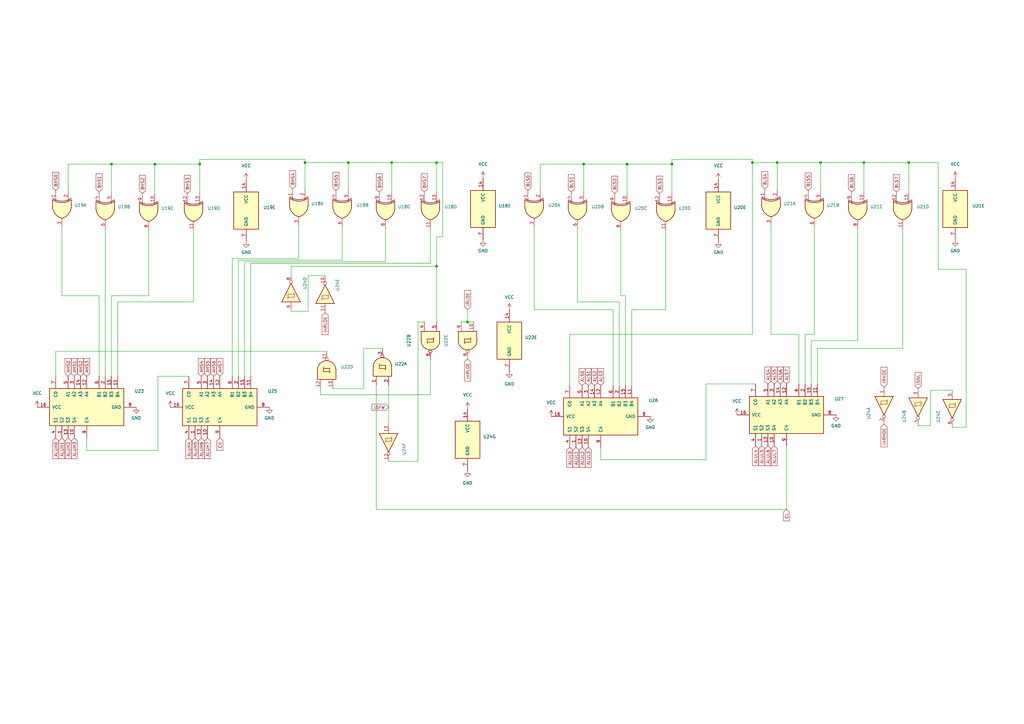
<source format=kicad_sch>
(kicad_sch (version 20211123) (generator eeschema)
  (paper "A3")
  (title_block (title "Talos ES") (date "2022-08-30") (rev "1.0") (company "The Byte Attic") (comment 1 "Kicad file by: Ricardo Setti") (comment 2 "Designed by: Bernardo Kastrup") (comment 3 "Arithmetic Logic"))
  (lib_symbols
    (symbol "74xx:74HC14" (pin_names (offset 1.016))
      (property "Reference" "U" (at 0 1.27 0))
      (property "Value" "74HC14" (at 0 -1.27 0))
      (symbol "74HC14_1_0"
        (polyline (pts (xy -3.81 3.81) (xy -3.81 -3.81) (xy 3.81 0) (xy -3.81 3.81)) (stroke (width 0.254)) (fill (type background)))
        (pin input line (at -7.62 0 0) (length 3.81) (name "~") (number "1"))
        (pin output inverted (at 7.62 0 180) (length 3.81) (name "~") (number "2"))
      )
      (symbol "74HC14_1_1"
        (polyline (pts (xy -1.905 -1.27) (xy -1.905 1.27) (xy -0.635 1.27)))
        (polyline (pts (xy -2.54 -1.27) (xy -0.635 -1.27) (xy -0.635 1.27) (xy 0 1.27)))
      )
      (symbol "74HC14_2_0"
        (polyline (pts (xy -3.81 3.81) (xy -3.81 -3.81) (xy 3.81 0) (xy -3.81 3.81)) (stroke (width 0.254)) (fill (type background)))
        (pin input line (at -7.62 0 0) (length 3.81) (name "~") (number "3"))
        (pin output inverted (at 7.62 0 180) (length 3.81) (name "~") (number "4"))
      )
      (symbol "74HC14_2_1"
        (polyline (pts (xy -1.905 -1.27) (xy -1.905 1.27) (xy -0.635 1.27)))
        (polyline (pts (xy -2.54 -1.27) (xy -0.635 -1.27) (xy -0.635 1.27) (xy 0 1.27)))
      )
      (symbol "74HC14_3_0"
        (polyline (pts (xy -3.81 3.81) (xy -3.81 -3.81) (xy 3.81 0) (xy -3.81 3.81)) (stroke (width 0.254)) (fill (type background)))
        (pin input line (at -7.62 0 0) (length 3.81) (name "~") (number "5"))
        (pin output inverted (at 7.62 0 180) (length 3.81) (name "~") (number "6"))
      )
      (symbol "74HC14_3_1"
        (polyline (pts (xy -1.905 -1.27) (xy -1.905 1.27) (xy -0.635 1.27)))
        (polyline (pts (xy -2.54 -1.27) (xy -0.635 -1.27) (xy -0.635 1.27) (xy 0 1.27)))
      )
      (symbol "74HC14_4_0"
        (polyline (pts (xy -3.81 3.81) (xy -3.81 -3.81) (xy 3.81 0) (xy -3.81 3.81)) (stroke (width 0.254)) (fill (type background)))
        (pin output inverted (at 7.62 0 180) (length 3.81) (name "~") (number "8"))
        (pin input line (at -7.62 0 0) (length 3.81) (name "~") (number "9"))
      )
      (symbol "74HC14_4_1"
        (polyline (pts (xy -1.905 -1.27) (xy -1.905 1.27) (xy -0.635 1.27)))
        (polyline (pts (xy -2.54 -1.27) (xy -0.635 -1.27) (xy -0.635 1.27) (xy 0 1.27)))
      )
      (symbol "74HC14_5_0"
        (polyline (pts (xy -3.81 3.81) (xy -3.81 -3.81) (xy 3.81 0) (xy -3.81 3.81)) (stroke (width 0.254)) (fill (type background)))
        (pin output inverted (at 7.62 0 180) (length 3.81) (name "~") (number "10"))
        (pin input line (at -7.62 0 0) (length 3.81) (name "~") (number "11"))
      )
      (symbol "74HC14_5_1"
        (polyline (pts (xy -1.905 -1.27) (xy -1.905 1.27) (xy -0.635 1.27)))
        (polyline (pts (xy -2.54 -1.27) (xy -0.635 -1.27) (xy -0.635 1.27) (xy 0 1.27)))
      )
      (symbol "74HC14_6_0"
        (polyline (pts (xy -3.81 3.81) (xy -3.81 -3.81) (xy 3.81 0) (xy -3.81 3.81)) (stroke (width 0.254)) (fill (type background)))
        (pin output inverted (at 7.62 0 180) (length 3.81) (name "~") (number "12"))
        (pin input line (at -7.62 0 0) (length 3.81) (name "~") (number "13"))
      )
      (symbol "74HC14_6_1"
        (polyline (pts (xy -1.905 -1.27) (xy -1.905 1.27) (xy -0.635 1.27)))
        (polyline (pts (xy -2.54 -1.27) (xy -0.635 -1.27) (xy -0.635 1.27) (xy 0 1.27)))
      )
      (symbol "74HC14_7_0"
        (pin power_in line (at 0 12.7 270) (length 5.08) (name "VCC") (number "14"))
        (pin power_in line (at 0 -12.7 90) (length 5.08) (name "GND") (number "7"))
      )
      (symbol "74HC14_7_1"
        (rectangle (start -5.08 7.62) (end 5.08 -7.62) (stroke (width 0.254)) (fill (type background)))
      )
    )
    (symbol "74xx:74HC86" (pin_names (offset 1.016))
      (property "Reference" "U" (at 0 1.27 0))
      (property "Value" "74HC86" (at 0 -1.27 0))
      (symbol "74HC86_1_0"
        (arc (start -4.4196 -3.81) (mid -3.2033 0) (end -4.4196 3.81) (stroke (width 0.254)))
        (arc (start -3.81 -3.81) (mid -2.589 0) (end -3.81 3.81) (stroke (width 0.254)))
        (arc (start -0.6096 -3.81) (mid 2.1842 -2.5851) (end 3.81 0) (stroke (width 0.254)) (fill (type background)))
        (polyline (pts (xy -3.81 -3.81) (xy -0.635 -3.81)) (stroke (width 0.254)) (fill (type background)))
        (polyline (pts (xy -3.81 3.81) (xy -0.635 3.81)) (stroke (width 0.254)) (fill (type background)))
        (polyline (pts (xy -0.635 3.81) (xy -3.81 3.81) (xy -3.81 3.81) (xy -3.556 3.4036) (xy -3.0226 2.2606) (xy -2.6924 1.0414) (xy -2.6162 -0.254) (xy -2.7686 -1.4986) (xy -3.175 -2.7178) (xy -3.81 -3.81) (xy -3.81 -3.81) (xy -0.635 -3.81)) (stroke (width -25.4)) (fill (type background)))
        (arc (start 3.81 0) (mid 2.1915 2.5936) (end -0.6096 3.81) (stroke (width 0.254)) (fill (type background)))
        (pin input line (at -7.62 2.54 0) (length 4.445) (name "~") (number "1"))
        (pin input line (at -7.62 -2.54 0) (length 4.445) (name "~") (number "2"))
        (pin output line (at 7.62 0 180) (length 3.81) (name "~") (number "3"))
      )
      (symbol "74HC86_1_1"
        (polyline (pts (xy -3.81 -2.54) (xy -3.175 -2.54)) (stroke (width 0.1524)))
        (polyline (pts (xy -3.81 2.54) (xy -3.175 2.54)) (stroke (width 0.1524)))
      )
      (symbol "74HC86_2_0"
        (arc (start -4.4196 -3.81) (mid -3.2033 0) (end -4.4196 3.81) (stroke (width 0.254)))
        (arc (start -3.81 -3.81) (mid -2.589 0) (end -3.81 3.81) (stroke (width 0.254)))
        (arc (start -0.6096 -3.81) (mid 2.1842 -2.5851) (end 3.81 0) (stroke (width 0.254)) (fill (type background)))
        (polyline (pts (xy -3.81 -3.81) (xy -0.635 -3.81)) (stroke (width 0.254)) (fill (type background)))
        (polyline (pts (xy -3.81 3.81) (xy -0.635 3.81)) (stroke (width 0.254)) (fill (type background)))
        (polyline (pts (xy -0.635 3.81) (xy -3.81 3.81) (xy -3.81 3.81) (xy -3.556 3.4036) (xy -3.0226 2.2606) (xy -2.6924 1.0414) (xy -2.6162 -0.254) (xy -2.7686 -1.4986) (xy -3.175 -2.7178) (xy -3.81 -3.81) (xy -3.81 -3.81) (xy -0.635 -3.81)) (stroke (width -25.4)) (fill (type background)))
        (arc (start 3.81 0) (mid 2.1915 2.5936) (end -0.6096 3.81) (stroke (width 0.254)) (fill (type background)))
        (pin input line (at -7.62 2.54 0) (length 4.445) (name "~") (number "4"))
        (pin input line (at -7.62 -2.54 0) (length 4.445) (name "~") (number "5"))
        (pin output line (at 7.62 0 180) (length 3.81) (name "~") (number "6"))
      )
      (symbol "74HC86_2_1"
        (polyline (pts (xy -3.81 -2.54) (xy -3.175 -2.54)) (stroke (width 0.1524)))
        (polyline (pts (xy -3.81 2.54) (xy -3.175 2.54)) (stroke (width 0.1524)))
      )
      (symbol "74HC86_3_0"
        (arc (start -4.4196 -3.81) (mid -3.2033 0) (end -4.4196 3.81) (stroke (width 0.254)))
        (arc (start -3.81 -3.81) (mid -2.589 0) (end -3.81 3.81) (stroke (width 0.254)))
        (arc (start -0.6096 -3.81) (mid 2.1842 -2.5851) (end 3.81 0) (stroke (width 0.254)) (fill (type background)))
        (polyline (pts (xy -3.81 -3.81) (xy -0.635 -3.81)) (stroke (width 0.254)) (fill (type background)))
        (polyline (pts (xy -3.81 3.81) (xy -0.635 3.81)) (stroke (width 0.254)) (fill (type background)))
        (polyline (pts (xy -0.635 3.81) (xy -3.81 3.81) (xy -3.81 3.81) (xy -3.556 3.4036) (xy -3.0226 2.2606) (xy -2.6924 1.0414) (xy -2.6162 -0.254) (xy -2.7686 -1.4986) (xy -3.175 -2.7178) (xy -3.81 -3.81) (xy -3.81 -3.81) (xy -0.635 -3.81)) (stroke (width -25.4)) (fill (type background)))
        (arc (start 3.81 0) (mid 2.1915 2.5936) (end -0.6096 3.81) (stroke (width 0.254)) (fill (type background)))
        (pin input line (at -7.62 -2.54 0) (length 4.445) (name "~") (number "10"))
        (pin output line (at 7.62 0 180) (length 3.81) (name "~") (number "8"))
        (pin input line (at -7.62 2.54 0) (length 4.445) (name "~") (number "9"))
      )
      (symbol "74HC86_3_1"
        (polyline (pts (xy -3.81 -2.54) (xy -3.175 -2.54)) (stroke (width 0.1524)))
        (polyline (pts (xy -3.81 2.54) (xy -3.175 2.54)) (stroke (width 0.1524)))
      )
      (symbol "74HC86_4_0"
        (arc (start -4.4196 -3.81) (mid -3.2033 0) (end -4.4196 3.81) (stroke (width 0.254)))
        (arc (start -3.81 -3.81) (mid -2.589 0) (end -3.81 3.81) (stroke (width 0.254)))
        (arc (start -0.6096 -3.81) (mid 2.1842 -2.5851) (end 3.81 0) (stroke (width 0.254)) (fill (type background)))
        (polyline (pts (xy -3.81 -3.81) (xy -0.635 -3.81)) (stroke (width 0.254)) (fill (type background)))
        (polyline (pts (xy -3.81 3.81) (xy -0.635 3.81)) (stroke (width 0.254)) (fill (type background)))
        (polyline (pts (xy -0.635 3.81) (xy -3.81 3.81) (xy -3.81 3.81) (xy -3.556 3.4036) (xy -3.0226 2.2606) (xy -2.6924 1.0414) (xy -2.6162 -0.254) (xy -2.7686 -1.4986) (xy -3.175 -2.7178) (xy -3.81 -3.81) (xy -3.81 -3.81) (xy -0.635 -3.81)) (stroke (width -25.4)) (fill (type background)))
        (arc (start 3.81 0) (mid 2.1915 2.5936) (end -0.6096 3.81) (stroke (width 0.254)) (fill (type background)))
        (pin output line (at 7.62 0 180) (length 3.81) (name "~") (number "11"))
        (pin input line (at -7.62 2.54 0) (length 4.445) (name "~") (number "12"))
        (pin input line (at -7.62 -2.54 0) (length 4.445) (name "~") (number "13"))
      )
      (symbol "74HC86_4_1"
        (polyline (pts (xy -3.81 -2.54) (xy -3.175 -2.54)) (stroke (width 0.1524)))
        (polyline (pts (xy -3.81 2.54) (xy -3.175 2.54)) (stroke (width 0.1524)))
      )
      (symbol "74HC86_5_0"
        (pin power_in line (at 0 12.7 270) (length 5.08) (name "VCC") (number "14"))
        (pin power_in line (at 0 -12.7 90) (length 5.08) (name "GND") (number "7"))
      )
      (symbol "74HC86_5_1"
        (rectangle (start -5.08 7.62) (end 5.08 -7.62) (stroke (width 0.254)) (fill (type background)))
      )
    )
    (symbol "74xx:74LS132" (pin_names (offset 1.016))
      (property "Reference" "U" (at 0 1.27 0))
      (property "Value" "74LS132" (at 0 -1.27 0))
      (symbol "74LS132_1_0"
        (polyline (pts (xy -0.635 -1.27) (xy -0.635 1.27) (xy 0.635 1.27)))
        (polyline (pts (xy -0.635 -1.27) (xy -0.635 1.27) (xy 0.635 1.27)))
        (polyline (pts (xy -1.27 -1.27) (xy 0.635 -1.27) (xy 0.635 1.27) (xy 1.27 1.27)))
        (polyline (pts (xy -1.27 -1.27) (xy 0.635 -1.27) (xy 0.635 1.27) (xy 1.27 1.27)))
      )
      (symbol "74LS132_1_1"
        (arc (start 0 -3.81) (mid 3.81 0) (end 0 3.81) (stroke (width 0.254)) (fill (type background)))
        (polyline (pts (xy 0 3.81) (xy -3.81 3.81) (xy -3.81 -3.81) (xy 0 -3.81)) (stroke (width 0.254)) (fill (type background)))
        (pin input line (at -7.62 2.54 0) (length 3.81) (name "~") (number "1"))
        (pin input line (at -7.62 -2.54 0) (length 3.81) (name "~") (number "2"))
        (pin output inverted (at 7.62 0 180) (length 3.81) (name "~") (number "3"))
      )
      (symbol "74LS132_1_2"
        (arc (start -3.81 -3.81) (mid -2.589 0) (end -3.81 3.81) (stroke (width 0.254)))
        (arc (start -0.6096 -3.81) (mid 2.1842 -2.5851) (end 3.81 0) (stroke (width 0.254)) (fill (type background)))
        (polyline (pts (xy -3.81 -3.81) (xy -0.635 -3.81)) (stroke (width 0.254)) (fill (type background)))
        (polyline (pts (xy -3.81 3.81) (xy -0.635 3.81)) (stroke (width 0.254)) (fill (type background)))
        (polyline (pts (xy -0.635 3.81) (xy -3.81 3.81) (xy -3.81 3.81) (xy -3.556 3.4036) (xy -3.0226 2.2606) (xy -2.6924 1.0414) (xy -2.6162 -0.254) (xy -2.7686 -1.4986) (xy -3.175 -2.7178) (xy -3.81 -3.81) (xy -3.81 -3.81) (xy -0.635 -3.81)) (stroke (width -25.4)) (fill (type background)))
        (arc (start 3.81 0) (mid 2.1915 2.5936) (end -0.6096 3.81) (stroke (width 0.254)) (fill (type background)))
        (pin input inverted (at -7.62 2.54 0) (length 4.318) (name "~") (number "1"))
        (pin input inverted (at -7.62 -2.54 0) (length 4.318) (name "~") (number "2"))
        (pin output line (at 7.62 0 180) (length 3.81) (name "~") (number "3"))
      )
      (symbol "74LS132_2_0"
        (polyline (pts (xy -0.635 -1.27) (xy -0.635 1.27) (xy 0.635 1.27)))
        (polyline (pts (xy -0.635 -1.27) (xy -0.635 1.27) (xy 0.635 1.27)))
        (polyline (pts (xy -1.27 -1.27) (xy 0.635 -1.27) (xy 0.635 1.27) (xy 1.27 1.27)))
        (polyline (pts (xy -1.27 -1.27) (xy 0.635 -1.27) (xy 0.635 1.27) (xy 1.27 1.27)))
      )
      (symbol "74LS132_2_1"
        (arc (start 0 -3.81) (mid 3.81 0) (end 0 3.81) (stroke (width 0.254)) (fill (type background)))
        (polyline (pts (xy 0 3.81) (xy -3.81 3.81) (xy -3.81 -3.81) (xy 0 -3.81)) (stroke (width 0.254)) (fill (type background)))
        (pin input line (at -7.62 2.54 0) (length 3.81) (name "~") (number "4"))
        (pin input line (at -7.62 -2.54 0) (length 3.81) (name "~") (number "5"))
        (pin output inverted (at 7.62 0 180) (length 3.81) (name "~") (number "6"))
      )
      (symbol "74LS132_2_2"
        (arc (start -3.81 -3.81) (mid -2.589 0) (end -3.81 3.81) (stroke (width 0.254)))
        (arc (start -0.6096 -3.81) (mid 2.1842 -2.5851) (end 3.81 0) (stroke (width 0.254)) (fill (type background)))
        (polyline (pts (xy -3.81 -3.81) (xy -0.635 -3.81)) (stroke (width 0.254)) (fill (type background)))
        (polyline (pts (xy -3.81 3.81) (xy -0.635 3.81)) (stroke (width 0.254)) (fill (type background)))
        (polyline (pts (xy -0.635 3.81) (xy -3.81 3.81) (xy -3.81 3.81) (xy -3.556 3.4036) (xy -3.0226 2.2606) (xy -2.6924 1.0414) (xy -2.6162 -0.254) (xy -2.7686 -1.4986) (xy -3.175 -2.7178) (xy -3.81 -3.81) (xy -3.81 -3.81) (xy -0.635 -3.81)) (stroke (width -25.4)) (fill (type background)))
        (arc (start 3.81 0) (mid 2.1915 2.5936) (end -0.6096 3.81) (stroke (width 0.254)) (fill (type background)))
        (pin input inverted (at -7.62 2.54 0) (length 4.318) (name "~") (number "4"))
        (pin input inverted (at -7.62 -2.54 0) (length 4.318) (name "~") (number "5"))
        (pin output line (at 7.62 0 180) (length 3.81) (name "~") (number "6"))
      )
      (symbol "74LS132_3_0"
        (polyline (pts (xy -0.635 -1.27) (xy -0.635 1.27) (xy 0.635 1.27)))
        (polyline (pts (xy -0.635 -1.27) (xy -0.635 1.27) (xy 0.635 1.27)))
        (polyline (pts (xy -1.27 -1.27) (xy 0.635 -1.27) (xy 0.635 1.27) (xy 1.27 1.27)))
        (polyline (pts (xy -1.27 -1.27) (xy 0.635 -1.27) (xy 0.635 1.27) (xy 1.27 1.27)))
      )
      (symbol "74LS132_3_1"
        (arc (start 0 -3.81) (mid 3.81 0) (end 0 3.81) (stroke (width 0.254)) (fill (type background)))
        (polyline (pts (xy 0 3.81) (xy -3.81 3.81) (xy -3.81 -3.81) (xy 0 -3.81)) (stroke (width 0.254)) (fill (type background)))
        (pin input line (at -7.62 -2.54 0) (length 3.81) (name "~") (number "10"))
        (pin output inverted (at 7.62 0 180) (length 3.81) (name "~") (number "8"))
        (pin input line (at -7.62 2.54 0) (length 3.81) (name "~") (number "9"))
      )
      (symbol "74LS132_3_2"
        (arc (start -3.81 -3.81) (mid -2.589 0) (end -3.81 3.81) (stroke (width 0.254)))
        (arc (start -0.6096 -3.81) (mid 2.1842 -2.5851) (end 3.81 0) (stroke (width 0.254)) (fill (type background)))
        (polyline (pts (xy -3.81 -3.81) (xy -0.635 -3.81)) (stroke (width 0.254)) (fill (type background)))
        (polyline (pts (xy -3.81 3.81) (xy -0.635 3.81)) (stroke (width 0.254)) (fill (type background)))
        (polyline (pts (xy -0.635 3.81) (xy -3.81 3.81) (xy -3.81 3.81) (xy -3.556 3.4036) (xy -3.0226 2.2606) (xy -2.6924 1.0414) (xy -2.6162 -0.254) (xy -2.7686 -1.4986) (xy -3.175 -2.7178) (xy -3.81 -3.81) (xy -3.81 -3.81) (xy -0.635 -3.81)) (stroke (width -25.4)) (fill (type background)))
        (arc (start 3.81 0) (mid 2.1915 2.5936) (end -0.6096 3.81) (stroke (width 0.254)) (fill (type background)))
        (pin input inverted (at -7.62 -2.54 0) (length 4.318) (name "~") (number "10"))
        (pin output line (at 7.62 0 180) (length 3.81) (name "~") (number "8"))
        (pin input inverted (at -7.62 2.54 0) (length 4.318) (name "~") (number "9"))
      )
      (symbol "74LS132_4_0"
        (polyline (pts (xy -0.635 -1.27) (xy -0.635 1.27) (xy 0.635 1.27)))
        (polyline (pts (xy -0.635 -1.27) (xy -0.635 1.27) (xy 0.635 1.27)))
        (polyline (pts (xy -1.27 -1.27) (xy 0.635 -1.27) (xy 0.635 1.27) (xy 1.27 1.27)))
        (polyline (pts (xy -1.27 -1.27) (xy 0.635 -1.27) (xy 0.635 1.27) (xy 1.27 1.27)))
      )
      (symbol "74LS132_4_1"
        (arc (start 0 -3.81) (mid 3.81 0) (end 0 3.81) (stroke (width 0.254)) (fill (type background)))
        (polyline (pts (xy 0 3.81) (xy -3.81 3.81) (xy -3.81 -3.81) (xy 0 -3.81)) (stroke (width 0.254)) (fill (type background)))
        (pin output inverted (at 7.62 0 180) (length 3.81) (name "~") (number "11"))
        (pin input line (at -7.62 2.54 0) (length 3.81) (name "~") (number "12"))
        (pin input line (at -7.62 -2.54 0) (length 3.81) (name "~") (number "13"))
      )
      (symbol "74LS132_4_2"
        (arc (start -3.81 -3.81) (mid -2.589 0) (end -3.81 3.81) (stroke (width 0.254)))
        (arc (start -0.6096 -3.81) (mid 2.1842 -2.5851) (end 3.81 0) (stroke (width 0.254)) (fill (type background)))
        (polyline (pts (xy -3.81 -3.81) (xy -0.635 -3.81)) (stroke (width 0.254)) (fill (type background)))
        (polyline (pts (xy -3.81 3.81) (xy -0.635 3.81)) (stroke (width 0.254)) (fill (type background)))
        (polyline (pts (xy -0.635 3.81) (xy -3.81 3.81) (xy -3.81 3.81) (xy -3.556 3.4036) (xy -3.0226 2.2606) (xy -2.6924 1.0414) (xy -2.6162 -0.254) (xy -2.7686 -1.4986) (xy -3.175 -2.7178) (xy -3.81 -3.81) (xy -3.81 -3.81) (xy -0.635 -3.81)) (stroke (width -25.4)) (fill (type background)))
        (arc (start 3.81 0) (mid 2.1915 2.5936) (end -0.6096 3.81) (stroke (width 0.254)) (fill (type background)))
        (pin output line (at 7.62 0 180) (length 3.81) (name "~") (number "11"))
        (pin input inverted (at -7.62 2.54 0) (length 4.318) (name "~") (number "12"))
        (pin input inverted (at -7.62 -2.54 0) (length 4.318) (name "~") (number "13"))
      )
      (symbol "74LS132_5_0"
        (pin power_in line (at 0 12.7 270) (length 5.08) (name "VCC") (number "14"))
        (pin power_in line (at 0 -12.7 90) (length 5.08) (name "GND") (number "7"))
      )
      (symbol "74LS132_5_1"
        (rectangle (start -5.08 7.62) (end 5.08 -7.62) (stroke (width 0.254)) (fill (type background)))
      )
    )
    (symbol "74xx:74LS283" (pin_names (offset 1.016))
      (property "Reference" "U" (at -7.62 16.51 0))
      (property "Value" "74LS283" (at -7.62 -16.51 0))
      (symbol "74LS283_1_0"
        (pin output line (at 12.7 10.16 180) (length 5.08) (name "S2") (number "1"))
        (pin output line (at 12.7 5.08 180) (length 5.08) (name "S4") (number "10"))
        (pin input line (at -12.7 -12.7 0) (length 5.08) (name "B4") (number "11"))
        (pin input line (at -12.7 0 0) (length 5.08) (name "A4") (number "12"))
        (pin output line (at 12.7 7.62 180) (length 5.08) (name "S3") (number "13"))
        (pin input line (at -12.7 2.54 0) (length 5.08) (name "A3") (number "14"))
        (pin input line (at -12.7 -10.16 0) (length 5.08) (name "B3") (number "15"))
        (pin power_in line (at 0 20.32 270) (length 5.08) (name "VCC") (number "16"))
        (pin input line (at -12.7 -7.62 0) (length 5.08) (name "B2") (number "2"))
        (pin input line (at -12.7 5.08 0) (length 5.08) (name "A2") (number "3"))
        (pin output line (at 12.7 12.7 180) (length 5.08) (name "S1") (number "4"))
        (pin input line (at -12.7 7.62 0) (length 5.08) (name "A1") (number "5"))
        (pin input line (at -12.7 -5.08 0) (length 5.08) (name "B1") (number "6"))
        (pin input line (at -12.7 12.7 0) (length 5.08) (name "C0") (number "7"))
        (pin power_in line (at 0 -20.32 90) (length 5.08) (name "GND") (number "8"))
        (pin output line (at 12.7 0 180) (length 5.08) (name "C4") (number "9"))
      )
      (symbol "74LS283_1_1"
        (rectangle (start -7.62 15.24) (end 7.62 -15.24) (stroke (width 0.254)) (fill (type background)))
      )
    )
    (symbol "power:GND" (power) (pin_names (offset 0))
      (property "Value" "GND" (at 0 -3.81 0))
      (symbol "GND_0_1"
        (polyline (pts (xy 0 0) (xy 0 -1.27) (xy 1.27 -1.27) (xy 0 -2.54) (xy -1.27 -1.27) (xy 0 -1.27)))
      )
      (symbol "GND_1_1"
        (pin power_in line (at 0 0 270) (length 0) hide (name "GND") (number "1"))
      )
    )
    (symbol "power:VCC" (power) (pin_names (offset 0))
      (property "Value" "VCC" (at 0 3.81 0))
      (symbol "VCC_0_1"
        (polyline (pts (xy -0.762 1.27) (xy 0 2.54)))
        (polyline (pts (xy 0 0) (xy 0 2.54)))
        (polyline (pts (xy 0 2.54) (xy 0.762 1.27)))
      )
      (symbol "VCC_1_1"
        (pin power_in line (at 0 0 90) (length 0) hide (name "VCC") (number "1"))
      )
    )
  )
  (junction (at 191.77 132.08))
  (junction (at 45.72 67.31))
  (junction (at 179.07 66.675))
  (junction (at 257.175 67.31))
  (junction (at 318.77 66.675))
  (junction (at 81.915 67.31))
  (junction (at 354.33 66.675))
  (junction (at 179.07 109.22))
  (junction (at 372.745 66.675))
  (junction (at 239.395 67.31))
  (junction (at 125.095 66.675))
  (junction (at 142.875 66.675))
  (junction (at 63.5 67.31))
  (junction (at 308.61 66.675))
  (junction (at 160.655 66.675))
  (junction (at 275.59 67.31))
  (junction (at 336.55 66.675))
  (wire (pts (xy 45.72 67.31) (xy 45.72 78.74)))
  (wire (pts (xy 275.59 67.31) (xy 275.59 65.405)))
  (wire (pts (xy 254.635 121.285) (xy 256.54 121.285)))
  (wire (pts (xy 390.525 175.26) (xy 396.24 175.26)))
  (wire (pts (xy 254 123.825) (xy 254 158.115)))
  (wire (pts (xy 189.23 132.08) (xy 191.77 132.08)))
  (wire (pts (xy 236.855 93.98) (xy 236.855 123.825)))
  (wire (pts (xy 381.635 174.625) (xy 381.635 160.02)))
  (wire (pts (xy 181.61 97.155) (xy 181.61 66.675)))
  (wire (pts (xy 372.745 78.74) (xy 372.745 66.675)))
  (wire (pts (xy 256.54 121.285) (xy 256.54 158.115)))
  (wire (pts (xy 308.61 65.405) (xy 308.61 66.675)))
  (wire (pts (xy 372.745 66.675) (xy 354.33 66.675)))
  (wire (pts (xy 125.095 65.405) (xy 125.095 66.675)))
  (wire (pts (xy 95.25 106.045) (xy 95.25 154.305)))
  (wire (pts (xy 275.59 67.31) (xy 257.175 67.31)))
  (wire (pts (xy 126.365 113.03) (xy 126.365 127.635)))
  (wire (pts (xy 376.555 174.625) (xy 381.635 174.625)))
  (wire (pts (xy 171.45 189.23) (xy 171.45 132.08)))
  (wire (pts (xy 316.23 137.16) (xy 327.66 137.16)))
  (wire (pts (xy 176.53 147.32) (xy 176.53 161.925)))
  (wire (pts (xy 158.115 107.315) (xy 100.33 107.315)))
  (wire (pts (xy 64.77 184.785) (xy 64.77 154.305)))
  (wire (pts (xy 156.845 142.875) (xy 149.225 142.875)))
  (wire (pts (xy 318.77 66.675) (xy 336.55 66.675)))
  (wire (pts (xy 332.74 139.7) (xy 332.74 157.48)))
  (wire (pts (xy 289.56 188.595) (xy 289.56 157.48)))
  (wire (pts (xy 322.58 208.915) (xy 154.305 208.915)))
  (wire (pts (xy 119.38 112.395) (xy 119.38 109.22)))
  (wire (pts (xy 334.01 93.345) (xy 334.01 137.16)))
  (wire (pts (xy 100.33 107.315) (xy 100.33 154.305)))
  (wire (pts (xy 289.56 157.48) (xy 309.88 157.48)))
  (wire (pts (xy 119.38 109.22) (xy 179.07 109.22)))
  (wire (pts (xy 239.395 67.31) (xy 239.395 78.74)))
  (wire (pts (xy 158.115 93.98) (xy 158.115 107.315)))
  (wire (pts (xy 179.07 66.675) (xy 160.655 66.675)))
  (wire (pts (xy 179.07 132.08) (xy 179.07 109.22)))
  (wire (pts (xy 140.335 106.68) (xy 97.79 106.68)))
  (wire (pts (xy 176.53 93.98) (xy 176.53 107.95)))
  (wire (pts (xy 254.635 94.615) (xy 254.635 121.285)))
  (wire (pts (xy 181.61 66.675) (xy 179.07 66.675)))
  (wire (pts (xy 159.385 158.115) (xy 159.385 173.99)))
  (wire (pts (xy 81.915 67.31) (xy 81.915 65.405)))
  (wire (pts (xy 43.18 93.98) (xy 43.18 154.305)))
  (wire (pts (xy 330.2 137.16) (xy 330.2 157.48)))
  (wire (pts (xy 179.07 78.74) (xy 179.07 66.675)))
  (wire (pts (xy 81.915 67.31) (xy 81.915 79.375)))
  (wire (pts (xy 384.81 110.49) (xy 384.81 66.675)))
  (wire (pts (xy 236.855 123.825) (xy 254 123.825)))
  (wire (pts (xy 63.5 79.375) (xy 63.5 67.31)))
  (wire (pts (xy 140.335 93.345) (xy 140.335 106.68)))
  (wire (pts (xy 259.08 127) (xy 259.08 158.115)))
  (wire (pts (xy 149.225 142.875) (xy 149.225 159.385)))
  (wire (pts (xy 25.4 93.345) (xy 25.4 121.285)))
  (wire (pts (xy 154.305 208.915) (xy 154.305 158.115)))
  (wire (pts (xy 275.59 65.405) (xy 308.61 65.405)))
  (wire (pts (xy 322.58 182.88) (xy 322.58 208.915)))
  (wire (pts (xy 176.53 161.925) (xy 131.445 161.925)))
  (wire (pts (xy 122.555 106.045) (xy 95.25 106.045)))
  (wire (pts (xy 142.875 66.675) (xy 142.875 78.105)))
  (wire (pts (xy 275.59 79.375) (xy 275.59 67.31)))
  (wire (pts (xy 60.96 94.615) (xy 60.96 121.285)))
  (wire (pts (xy 171.45 132.08) (xy 173.99 132.08)))
  (wire (pts (xy 221.615 78.105) (xy 221.615 67.31)))
  (wire (pts (xy 219.075 93.345) (xy 219.075 127)))
  (wire (pts (xy 45.72 121.285) (xy 45.72 154.305)))
  (wire (pts (xy 125.095 77.47) (xy 125.095 66.675)))
  (wire (pts (xy 273.05 127) (xy 259.08 127)))
  (wire (pts (xy 125.095 66.675) (xy 142.875 66.675)))
  (wire (pts (xy 81.915 67.31) (xy 63.5 67.31)))
  (wire (pts (xy 396.24 175.26) (xy 396.24 110.49)))
  (wire (pts (xy 273.05 94.615) (xy 273.05 127)))
  (wire (pts (xy 122.555 92.71) (xy 122.555 106.045)))
  (wire (pts (xy 354.33 78.74) (xy 354.33 66.675)))
  (wire (pts (xy 351.79 93.98) (xy 351.79 139.7)))
  (wire (pts (xy 384.81 66.675) (xy 372.745 66.675)))
  (wire (pts (xy 336.55 66.675) (xy 336.55 78.105)))
  (wire (pts (xy 22.86 144.145) (xy 22.86 154.305)))
  (wire (pts (xy 149.225 159.385) (xy 136.525 159.385)))
  (wire (pts (xy 102.87 107.95) (xy 102.87 154.305)))
  (wire (pts (xy 233.68 137.16) (xy 308.61 137.16)))
  (wire (pts (xy 221.615 67.31) (xy 239.395 67.31)))
  (wire (pts (xy 179.07 97.155) (xy 181.61 97.155)))
  (wire (pts (xy 64.77 154.305) (xy 77.47 154.305)))
  (wire (pts (xy 308.61 137.16) (xy 308.61 66.675)))
  (wire (pts (xy 79.375 94.615) (xy 79.375 123.825)))
  (wire (pts (xy 126.365 127.635) (xy 119.38 127.635)))
  (wire (pts (xy 396.24 110.49) (xy 384.81 110.49)))
  (wire (pts (xy 81.915 65.405) (xy 125.095 65.405)))
  (wire (pts (xy 316.23 92.71) (xy 316.23 137.16)))
  (wire (pts (xy 354.33 66.675) (xy 336.55 66.675)))
  (wire (pts (xy 246.38 188.595) (xy 289.56 188.595)))
  (wire (pts (xy 191.77 132.08) (xy 194.31 132.08)))
  (wire (pts (xy 370.205 142.875) (xy 335.28 142.875)))
  (wire (pts (xy 48.26 123.825) (xy 48.26 154.305)))
  (wire (pts (xy 60.96 121.285) (xy 45.72 121.285)))
  (wire (pts (xy 79.375 123.825) (xy 48.26 123.825)))
  (wire (pts (xy 27.94 78.105) (xy 27.94 67.31)))
  (wire (pts (xy 318.77 77.47) (xy 318.77 66.675)))
  (wire (pts (xy 35.56 184.785) (xy 64.77 184.785)))
  (wire (pts (xy 219.075 127) (xy 251.46 127)))
  (wire (pts (xy 160.655 66.675) (xy 142.875 66.675)))
  (wire (pts (xy 257.175 67.31) (xy 239.395 67.31)))
  (wire (pts (xy 335.28 142.875) (xy 335.28 157.48)))
  (wire (pts (xy 251.46 127) (xy 251.46 158.115)))
  (wire (pts (xy 308.61 66.675) (xy 318.77 66.675)))
  (wire (pts (xy 351.79 139.7) (xy 332.74 139.7)))
  (wire (pts (xy 40.64 121.285) (xy 40.64 154.305)))
  (wire (pts (xy 131.445 159.385) (xy 131.445 161.925)))
  (wire (pts (xy 257.175 79.375) (xy 257.175 67.31)))
  (wire (pts (xy 246.38 183.515) (xy 246.38 188.595)))
  (wire (pts (xy 176.53 107.95) (xy 102.87 107.95)))
  (wire (pts (xy 334.01 137.16) (xy 330.2 137.16)))
  (wire (pts (xy 25.4 121.285) (xy 40.64 121.285)))
  (wire (pts (xy 381.635 160.02) (xy 390.525 160.02)))
  (wire (pts (xy 160.655 78.74) (xy 160.655 66.675)))
  (wire (pts (xy 97.79 106.68) (xy 97.79 154.305)))
  (wire (pts (xy 35.56 179.705) (xy 35.56 184.785)))
  (wire (pts (xy 27.94 67.31) (xy 45.72 67.31)))
  (wire (pts (xy 133.985 144.145) (xy 22.86 144.145)))
  (wire (pts (xy 159.385 189.23) (xy 171.45 189.23)))
  (wire (pts (xy 370.205 93.98) (xy 370.205 142.875)))
  (wire (pts (xy 179.07 109.22) (xy 179.07 97.155)))
  (wire (pts (xy 327.66 137.16) (xy 327.66 157.48)))
  (wire (pts (xy 133.35 113.03) (xy 126.365 113.03)))
  (wire (pts (xy 191.77 127) (xy 191.77 132.08)))
  (wire (pts (xy 233.68 158.115) (xy 233.68 137.16)))
  (wire (pts (xy 63.5 67.31) (xy 45.72 67.31)))
  (global_label "AHS0" (shape input) (at 27.94 154.305 90) (property "Intersheet References" "${INTERSHEET_REFS}" (effects hide)))
  (global_label "ALUH5" (shape input) (at 80.01 179.705 270) (property "Intersheet References" "${INTERSHEET_REFS}" (effects hide)))
  (global_label "ALS5" (shape input) (at 317.5 157.48 90) (property "Intersheet References" "${INTERSHEET_REFS}" (effects hide)))
  (global_label "ALUL4" (shape input) (at 309.88 182.88 270) (property "Intersheet References" "${INTERSHEET_REFS}" (effects hide)))
  (global_label "BHS4" (shape input) (at 120.015 77.47 90) (property "Intersheet References" "${INTERSHEET_REFS}" (effects hide)))
  (global_label "ALUL2" (shape input) (at 238.76 183.515 270) (property "Intersheet References" "${INTERSHEET_REFS}" (effects hide)))
  (global_label "AHS4" (shape input) (at 82.55 154.305 90) (property "Intersheet References" "${INTERSHEET_REFS}" (effects hide)))
  (global_label "ALUL1" (shape input) (at 236.22 183.515 270) (property "Intersheet References" "${INTERSHEET_REFS}" (effects hide)))
  (global_label "ALS6" (shape input) (at 320.04 157.48 90) (property "Intersheet References" "${INTERSHEET_REFS}" (effects hide)))
  (global_label "ALUH2" (shape input) (at 27.94 179.705 270) (property "Intersheet References" "${INTERSHEET_REFS}" (effects hide)))
  (global_label "ALUH4" (shape input) (at 77.47 179.705 270) (property "Intersheet References" "${INTERSHEET_REFS}" (effects hide)))
  (global_label "ALS3" (shape input) (at 246.38 158.115 90) (property "Intersheet References" "${INTERSHEET_REFS}" (effects hide)))
  (global_label "BHS1" (shape input) (at 40.64 78.74 90) (property "Intersheet References" "${INTERSHEET_REFS}" (effects hide)))
  (global_label "ALS0" (shape input) (at 238.76 158.115 90) (property "Intersheet References" "${INTERSHEET_REFS}" (effects hide)))
  (global_label "lnRLOE" (shape input) (at 133.35 128.27 270) (property "Intersheet References" "${INTERSHEET_REFS}" (effects hide)))
  (global_label "lSFW" (shape input) (at 159.385 167.005 180) (property "Intersheet References" "${INTERSHEET_REFS}" (effects hide)))
  (global_label "AHS3" (shape input) (at 35.56 154.305 90) (property "Intersheet References" "${INTERSHEET_REFS}" (effects hide)))
  (global_label "ALUH0" (shape input) (at 22.86 179.705 270) (property "Intersheet References" "${INTERSHEET_REFS}" (effects hide)))
  (global_label "ALS4" (shape input) (at 314.96 157.48 90) (property "Intersheet References" "${INTERSHEET_REFS}" (effects hide)))
  (global_label "lnRHOE" (shape input) (at 362.585 173.99 270) (property "Intersheet References" "${INTERSHEET_REFS}" (effects hide)))
  (global_label "BLS3" (shape input) (at 270.51 79.375 90) (property "Intersheet References" "${INTERSHEET_REFS}" (effects hide)))
  (global_label "ALS7" (shape input) (at 322.58 157.48 90) (property "Intersheet References" "${INTERSHEET_REFS}" (effects hide)))
  (global_label "BHS3" (shape input) (at 76.835 79.375 90) (property "Intersheet References" "${INTERSHEET_REFS}" (effects hide)))
  (global_label "lRLOE" (shape input) (at 191.77 127 90) (property "Intersheet References" "${INTERSHEET_REFS}" (effects hide)))
  (global_label "BHS2" (shape input) (at 58.42 79.375 90) (property "Intersheet References" "${INTERSHEET_REFS}" (effects hide)))
  (global_label "BHS6" (shape input) (at 155.575 78.74 90) (property "Intersheet References" "${INTERSHEET_REFS}" (effects hide)))
  (global_label "ALUH3" (shape input) (at 30.48 179.705 270) (property "Intersheet References" "${INTERSHEET_REFS}" (effects hide)))
  (global_label "BLS7" (shape input) (at 367.665 78.74 90) (property "Intersheet References" "${INTERSHEET_REFS}" (effects hide)))
  (global_label "AHS5" (shape input) (at 85.09 154.305 90) (property "Intersheet References" "${INTERSHEET_REFS}" (effects hide)))
  (global_label "ALS2" (shape input) (at 243.84 158.115 90) (property "Intersheet References" "${INTERSHEET_REFS}" (effects hide)))
  (global_label "AHS2" (shape input) (at 33.02 154.305 90) (property "Intersheet References" "${INTERSHEET_REFS}" (effects hide)))
  (global_label "ALUH7" (shape input) (at 85.09 179.705 270) (property "Intersheet References" "${INTERSHEET_REFS}" (effects hide)))
  (global_label "AHS6" (shape input) (at 87.63 154.305 90) (property "Intersheet References" "${INTERSHEET_REFS}" (effects hide)))
  (global_label "ALUH1" (shape input) (at 25.4 179.705 270) (property "Intersheet References" "${INTERSHEET_REFS}" (effects hide)))
  (global_label "ALUL6" (shape input) (at 314.96 182.88 270) (property "Intersheet References" "${INTERSHEET_REFS}" (effects hide)))
  (global_label "BHS5" (shape input) (at 137.795 78.105 90) (property "Intersheet References" "${INTERSHEET_REFS}" (effects hide)))
  (global_label "ALUH6" (shape input) (at 82.55 179.705 270) (property "Intersheet References" "${INTERSHEET_REFS}" (effects hide)))
  (global_label "BLS4" (shape input) (at 313.69 77.47 90) (property "Intersheet References" "${INTERSHEET_REFS}" (effects hide)))
  (global_label "BHS7" (shape input) (at 173.99 78.74 90) (property "Intersheet References" "${INTERSHEET_REFS}" (effects hide)))
  (global_label "AHS1" (shape input) (at 30.48 154.305 90) (property "Intersheet References" "${INTERSHEET_REFS}" (effects hide)))
  (global_label "AHS7" (shape input) (at 90.17 154.305 90) (property "Intersheet References" "${INTERSHEET_REFS}" (effects hide)))
  (global_label "BLS5" (shape input) (at 331.47 78.105 90) (property "Intersheet References" "${INTERSHEET_REFS}" (effects hide)))
  (global_label "ALUL3" (shape input) (at 241.3 183.515 270) (property "Intersheet References" "${INTERSHEET_REFS}" (effects hide)))
  (global_label "ALUL7" (shape input) (at 317.5 182.88 270) (property "Intersheet References" "${INTERSHEET_REFS}" (effects hide)))
  (global_label "BLS6" (shape input) (at 349.25 78.74 90) (property "Intersheet References" "${INTERSHEET_REFS}" (effects hide)))
  (global_label "CL" (shape input) (at 322.58 208.915 270) (property "Intersheet References" "${INTERSHEET_REFS}" (effects hide)))
  (global_label "lnRLOE" (shape input) (at 191.77 147.32 270) (property "Intersheet References" "${INTERSHEET_REFS}" (effects hide)))
  (global_label "BLS0" (shape input) (at 216.535 78.105 90) (property "Intersheet References" "${INTERSHEET_REFS}" (effects hide)))
  (global_label "BLS1" (shape input) (at 234.315 78.74 90) (property "Intersheet References" "${INTERSHEET_REFS}" (effects hide)))
  (global_label "ALUL5" (shape input) (at 312.42 182.88 270) (property "Intersheet References" "${INTERSHEET_REFS}" (effects hide)))
  (global_label "lSNL" (shape input) (at 376.555 159.385 90) (property "Intersheet References" "${INTERSHEET_REFS}" (effects hide)))
  (global_label "ALS1" (shape input) (at 241.3 158.115 90) (property "Intersheet References" "${INTERSHEET_REFS}" (effects hide)))
  (global_label "BHS0" (shape input) (at 22.86 78.105 90) (property "Intersheet References" "${INTERSHEET_REFS}" (effects hide)))
  (global_label "lRHOE" (shape input) (at 362.585 158.75 90) (property "Intersheet References" "${INTERSHEET_REFS}" (effects hide)))
  (global_label "ALUL0" (shape input) (at 233.68 183.515 270) (property "Intersheet References" "${INTERSHEET_REFS}" (effects hide)))
  (global_label "CH" (shape input) (at 90.17 179.705 270) (property "Intersheet References" "${INTERSHEET_REFS}" (effects hide)))
  (global_label "BLS2" (shape input) (at 252.095 79.375 90) (property "Intersheet References" "${INTERSHEET_REFS}" (effects hide)))
  (symbol (lib_id "power:GND") (at 294.64 99.06 0) (unit 1)
    (property "Reference" "#PWR0195" (effects hide))
  )
  (symbol (lib_id "74xx:74HC86") (at 254.635 86.995 90) (mirror x) (unit 3)
    (property "Reference" "U20" (at 260.35 85.4201 90) (effects (justify right)))
    (property "Datasheet" "http://www.ti.com/lit/gpn/sn74HC86" (effects hide))
  )
  (symbol (lib_id "power:GND") (at 55.88 167.005 0) (unit 1)
    (property "Reference" "#PWR0187" (effects hide))
  )
  (symbol (lib_id "74xx:74LS132") (at 156.845 150.495 90) (unit 1)
    (property "Reference" "U22" (at 161.925 149.2249 90) (effects (justify right)))
    (property "Datasheet" "http://www.ti.com/lit/gpn/sn74LS132" (effects hide))
  )
  (symbol (lib_id "power:VCC") (at 198.12 73.025 0) (unit 1)
    (property "Reference" "#PWR0192" (effects hide))
  )
  (symbol (lib_id "74xx:74HC14") (at 133.35 120.65 270) (mirror x) (unit 5)
    (property "Reference" "U24" (at 138.43 116.84 0))
    (property "Datasheet" "http://www.ti.com/lit/gpn/sn74HC14" (effects hide))
  )
  (symbol (lib_id "power:VCC") (at 15.24 167.005 0) (unit 1)
    (property "Reference" "#PWR0186" (effects hide))
  )
  (symbol (lib_id "power:VCC") (at 294.64 73.66 0) (unit 1)
    (property "Reference" "#PWR0196" (effects hide))
  )
  (symbol (lib_id "74xx:74HC86") (at 316.23 85.09 90) (mirror x) (unit 1)
    (property "Reference" "U21" (at 321.31 83.5151 90) (effects (justify right)))
    (property "Datasheet" "http://www.ti.com/lit/gpn/sn74HC86" (effects hide))
  )
  (symbol (lib_id "74xx:74LS132") (at 176.53 139.7 90) (mirror x) (unit 2)
    (property "Reference" "U22" (at 167.64 139.7 0))
    (property "Datasheet" "http://www.ti.com/lit/gpn/sn74LS132" (effects hide))
  )
  (symbol (lib_id "74xx:74HC86") (at 100.965 86.36 0) (unit 5)
    (property "Reference" "U19" (at 107.95 85.0899 0) (effects (justify left)))
    (property "Datasheet" "http://www.ti.com/lit/gpn/sn74HC86" (effects hide))
  )
  (symbol (lib_id "74xx:74HC14") (at 376.555 167.005 90) (mirror x) (unit 2)
    (property "Reference" "U24" (at 370.84 170.815 0))
    (property "Datasheet" "http://www.ti.com/lit/gpn/sn74HC14" (effects hide))
  )
  (symbol (lib_id "74xx:74LS132") (at 208.915 139.7 0) (mirror y) (unit 5)
    (property "Reference" "U22" (at 215.265 138.4299 0) (effects (justify right)))
    (property "Datasheet" "http://www.ti.com/lit/gpn/sn74LS132" (effects hide))
  )
  (symbol (lib_id "74xx:74HC14") (at 390.525 167.64 90) (mirror x) (unit 3)
    (property "Reference" "U24" (at 384.81 170.815 0))
    (property "Datasheet" "http://www.ti.com/lit/gpn/sn74HC14" (effects hide))
  )
  (symbol (lib_id "74xx:74HC86") (at 140.335 85.725 90) (mirror x) (unit 2)
    (property "Reference" "U18" (at 146.05 84.1501 90) (effects (justify right)))
    (property "Datasheet" "http://www.ti.com/lit/gpn/sn74HC86" (effects hide))
  )
  (symbol (lib_id "power:GND") (at 100.965 99.06 0) (unit 1)
    (property "Reference" "#PWR0185" (effects hide))
  )
  (symbol (lib_id "power:GND") (at 266.7 170.815 0) (unit 1)
    (property "Reference" "#PWR0203" (effects hide))
  )
  (symbol (lib_id "74xx:74LS283") (at 246.38 170.815 90) (mirror x) (unit 1)
    (property "Reference" "U26" (at 267.97 164.2362 90))
    (property "Datasheet" "http://www.ti.com/lit/gpn/sn74LS283" (effects hide))
  )
  (symbol (lib_id "74xx:74LS283") (at 322.58 170.18 90) (mirror x) (unit 1)
    (property "Reference" "U27" (at 344.17 163.6012 90))
    (property "Datasheet" "http://www.ti.com/lit/gpn/sn74LS283" (effects hide))
  )
  (symbol (lib_id "74xx:74HC86") (at 334.01 85.725 90) (mirror x) (unit 2)
    (property "Reference" "U21" (at 339.09 84.1501 90) (effects (justify right)))
    (property "Datasheet" "http://www.ti.com/lit/gpn/sn74HC86" (effects hide))
  )
  (symbol (lib_id "74xx:74LS132") (at 133.985 151.765 90) (unit 4)
    (property "Reference" "U22" (at 139.7 150.4949 90) (effects (justify right)))
    (property "Datasheet" "http://www.ti.com/lit/gpn/sn74LS132" (effects hide))
  )
  (symbol (lib_id "74xx:74HC86") (at 198.12 85.725 0) (unit 5)
    (property "Reference" "U18" (at 204.47 84.4549 0) (effects (justify left)))
    (property "Datasheet" "http://www.ti.com/lit/gpn/sn74HC86" (effects hide))
  )
  (symbol (lib_id "power:GND") (at 342.9 170.18 0) (unit 1)
    (property "Reference" "#PWR0197" (effects hide))
  )
  (symbol (lib_id "74xx:74HC14") (at 362.585 166.37 90) (mirror x) (unit 1)
    (property "Reference" "U24" (at 356.235 169.545 0))
    (property "Datasheet" "http://www.ti.com/lit/gpn/sn74HC14" (effects hide))
  )
  (symbol (lib_id "74xx:74HC86") (at 176.53 86.36 90) (mirror x) (unit 4)
    (property "Reference" "U18" (at 182.245 84.7851 90) (effects (justify right)))
    (property "Datasheet" "http://www.ti.com/lit/gpn/sn74HC86" (effects hide))
  )
  (symbol (lib_id "74xx:74LS283") (at 35.56 167.005 90) (mirror x) (unit 1)
    (property "Reference" "U23" (at 57.15 160.4262 90))
    (property "Datasheet" "http://www.ti.com/lit/gpn/sn74LS283" (effects hide))
  )
  (symbol (lib_id "74xx:74HC86") (at 158.115 86.36 90) (mirror x) (unit 3)
    (property "Reference" "U18" (at 163.195 84.7851 90) (effects (justify right)))
    (property "Datasheet" "http://www.ti.com/lit/gpn/sn74HC86" (effects hide))
  )
  (symbol (lib_id "power:GND") (at 110.49 167.005 0) (unit 1)
    (property "Reference" "#PWR0189" (effects hide))
  )
  (symbol (lib_id "74xx:74HC14") (at 159.385 181.61 90) (mirror x) (unit 6)
    (property "Reference" "U24" (at 165.735 184.15 0))
    (property "Datasheet" "http://www.ti.com/lit/gpn/sn74HC14" (effects hide))
  )
  (symbol (lib_id "74xx:74HC86") (at 391.795 85.725 0) (unit 5)
    (property "Reference" "U21" (at 398.78 84.4549 0) (effects (justify left)))
    (property "Datasheet" "http://www.ti.com/lit/gpn/sn74HC86" (effects hide))
  )
  (symbol (lib_id "power:VCC") (at 100.965 73.66 0) (unit 1)
    (property "Reference" "#PWR0184" (effects hide))
  )
  (symbol (lib_id "74xx:74HC86") (at 79.375 86.995 90) (mirror x) (unit 4)
    (property "Reference" "U19" (at 85.09 85.4201 90) (effects (justify right)))
    (property "Datasheet" "http://www.ti.com/lit/gpn/sn74HC86" (effects hide))
  )
  (symbol (lib_id "74xx:74HC86") (at 236.855 86.36 90) (mirror x) (unit 2)
    (property "Reference" "U20" (at 242.57 84.7851 90) (effects (justify right)))
    (property "Datasheet" "http://www.ti.com/lit/gpn/sn74HC86" (effects hide))
  )
  (symbol (lib_id "74xx:74HC86") (at 25.4 85.725 90) (mirror x) (unit 1)
    (property "Reference" "U19" (at 30.48 84.1501 90) (effects (justify right)))
    (property "Datasheet" "http://www.ti.com/lit/gpn/sn74HC86" (effects hide))
  )
  (symbol (lib_id "74xx:74HC86") (at 60.96 86.995 90) (mirror x) (unit 3)
    (property "Reference" "U19" (at 66.04 85.4201 90) (effects (justify right)))
    (property "Datasheet" "http://www.ti.com/lit/gpn/sn74HC86" (effects hide))
  )
  (symbol (lib_id "74xx:74HC86") (at 294.64 86.36 0) (unit 5)
    (property "Reference" "U20" (at 300.99 85.0899 0) (effects (justify left)))
    (property "Datasheet" "http://www.ti.com/lit/gpn/sn74HC86" (effects hide))
  )
  (symbol (lib_id "74xx:74HC86") (at 43.18 86.36 90) (mirror x) (unit 2)
    (property "Reference" "U19" (at 48.26 84.7851 90) (effects (justify right)))
    (property "Datasheet" "http://www.ti.com/lit/gpn/sn74HC86" (effects hide))
  )
  (symbol (lib_id "power:VCC") (at 69.85 167.005 0) (unit 1)
    (property "Reference" "#PWR0188" (effects hide))
  )
  (symbol (lib_id "power:GND") (at 391.795 98.425 0) (unit 1)
    (property "Reference" "#PWR0198" (effects hide))
  )
  (symbol (lib_id "power:GND") (at 208.915 152.4 0) (unit 1)
    (property "Reference" "#PWR0199" (effects hide))
  )
  (symbol (lib_id "74xx:74LS283") (at 90.17 167.005 90) (mirror x) (unit 1)
    (property "Reference" "U25" (at 111.76 160.4262 90))
    (property "Datasheet" "http://www.ti.com/lit/gpn/sn74LS283" (effects hide))
  )
  (symbol (lib_id "74xx:74HC14") (at 191.77 180.34 0) (unit 7)
    (property "Reference" "U24" (at 198.12 179.0699 0) (effects (justify left)))
    (property "Datasheet" "http://www.ti.com/lit/gpn/sn74HC14" (effects hide))
  )
  (symbol (lib_id "74xx:74HC86") (at 122.555 85.09 90) (mirror x) (unit 1)
    (property "Reference" "U18" (at 127.635 83.5151 90) (effects (justify right)))
    (property "Datasheet" "http://www.ti.com/lit/gpn/sn74HC86" (effects hide))
  )
  (symbol (lib_id "power:VCC") (at 191.77 167.64 0) (unit 1)
    (property "Reference" "#PWR0200" (effects hide))
  )
  (symbol (lib_id "power:VCC") (at 391.795 73.025 0) (unit 1)
    (property "Reference" "#PWR0194" (effects hide))
  )
  (symbol (lib_id "74xx:74HC86") (at 370.205 86.36 90) (mirror x) (unit 4)
    (property "Reference" "U21" (at 375.92 84.7851 90) (effects (justify right)))
    (property "Datasheet" "http://www.ti.com/lit/gpn/sn74HC86" (effects hide))
  )
  (symbol (lib_id "power:VCC") (at 226.06 170.815 0) (unit 1)
    (property "Reference" "#PWR0190" (effects hide))
  )
  (symbol (lib_id "power:GND") (at 191.77 193.04 0) (unit 1)
    (property "Reference" "#PWR0201" (effects hide))
  )
  (symbol (lib_id "74xx:74HC14") (at 119.38 120.015 270) (mirror x) (unit 4)
    (property "Reference" "U24" (at 125.095 116.205 0))
    (property "Datasheet" "http://www.ti.com/lit/gpn/sn74HC14" (effects hide))
  )
  (symbol (lib_id "power:GND") (at 198.12 98.425 0) (unit 1)
    (property "Reference" "#PWR0191" (effects hide))
  )
  (symbol (lib_id "power:VCC") (at 208.915 127 0) (unit 1)
    (property "Reference" "#PWR0193" (effects hide))
  )
  (symbol (lib_id "74xx:74HC86") (at 219.075 85.725 90) (mirror x) (unit 1)
    (property "Reference" "U20" (at 224.79 84.1501 90) (effects (justify right)))
    (property "Datasheet" "http://www.ti.com/lit/gpn/sn74HC86" (effects hide))
  )
  (symbol (lib_id "74xx:74LS132") (at 191.77 139.7 90) (mirror x) (unit 3)
    (property "Reference" "U22" (at 182.88 139.7 0))
    (property "Datasheet" "http://www.ti.com/lit/gpn/sn74LS132" (effects hide))
  )
  (symbol (lib_id "74xx:74HC86") (at 351.79 86.36 90) (mirror x) (unit 3)
    (property "Reference" "U21" (at 356.87 84.7851 90) (effects (justify right)))
    (property "Datasheet" "http://www.ti.com/lit/gpn/sn74HC86" (effects hide))
  )
  (symbol (lib_id "74xx:74HC86") (at 273.05 86.995 90) (mirror x) (unit 4)
    (property "Reference" "U20" (at 278.13 85.4201 90) (effects (justify right)))
    (property "Datasheet" "http://www.ti.com/lit/gpn/sn74HC86" (effects hide))
  )
  (symbol (lib_id "power:VCC") (at 302.26 170.18 0) (unit 1)
    (property "Reference" "#PWR0202" (effects hide))
  )
)
</source>
